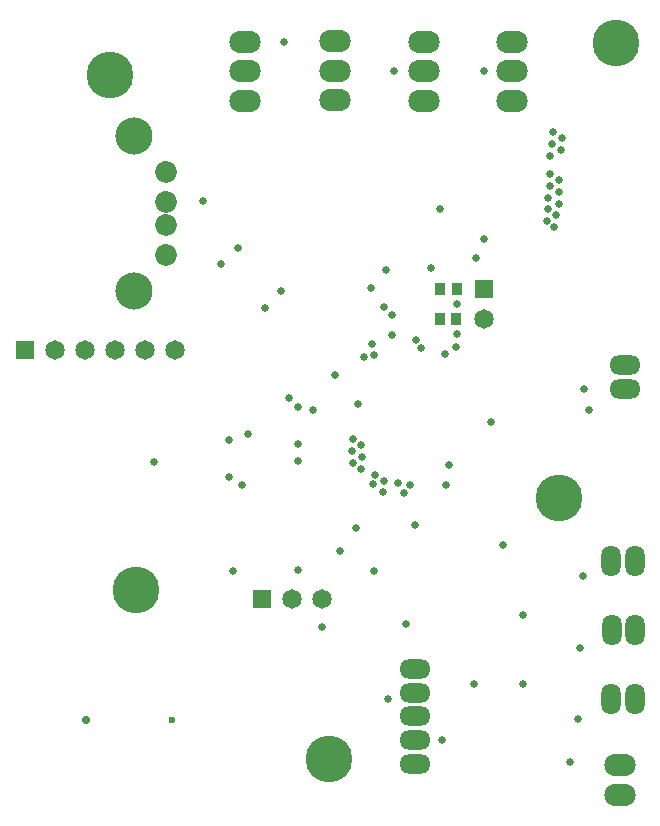
<source format=gbr>
%TF.GenerationSoftware,Altium Limited,Altium Designer,23.3.1 (30)*%
G04 Layer_Color=16711935*
%FSLAX25Y25*%
%MOIN*%
%TF.SameCoordinates,70BEFA69-D3B7-480D-BB84-950A8577B244*%
%TF.FilePolarity,Negative*%
%TF.FileFunction,Soldermask,Bot*%
%TF.Part,Single*%
G01*
G75*
%TA.AperFunction,SMDPad,CuDef*%
%ADD62R,0.03740X0.04134*%
%TA.AperFunction,ComponentPad*%
%ADD83C,0.06496*%
%ADD84R,0.06496X0.06496*%
%ADD85C,0.07284*%
%ADD86C,0.12402*%
%ADD87R,0.06496X0.06496*%
%ADD88O,0.10433X0.06496*%
%ADD89C,0.02874*%
%ADD90C,0.02362*%
%ADD91O,0.06496X0.10433*%
%ADD92C,0.15591*%
%ADD93O,0.10433X0.07480*%
%TA.AperFunction,ViaPad*%
%ADD94C,0.02559*%
D62*
X474344Y360300D02*
D03*
X479856D02*
D03*
X474400Y370300D02*
D03*
X479912D02*
D03*
D83*
X386200Y350000D02*
D03*
X376200D02*
D03*
X366200D02*
D03*
X356200D02*
D03*
X346200D02*
D03*
X489100Y360300D02*
D03*
X435000Y267000D02*
D03*
X425000D02*
D03*
D84*
X336200Y350000D02*
D03*
X415000Y267000D02*
D03*
D85*
X383169Y409146D02*
D03*
Y391429D02*
D03*
Y399303D02*
D03*
Y381587D02*
D03*
D86*
X372500Y421232D02*
D03*
Y369500D02*
D03*
D87*
X489100Y370300D02*
D03*
D88*
X536000Y337000D02*
D03*
Y344874D02*
D03*
X466000Y243500D02*
D03*
Y212004D02*
D03*
Y235626D02*
D03*
Y227752D02*
D03*
Y219878D02*
D03*
D89*
X356457Y226500D02*
D03*
D90*
X385000D02*
D03*
D91*
X531500Y233500D02*
D03*
X539374D02*
D03*
X531500Y279500D02*
D03*
X539374D02*
D03*
X531563Y256500D02*
D03*
X539437D02*
D03*
D92*
X514000Y300500D02*
D03*
X437500Y213600D02*
D03*
X373000Y270000D02*
D03*
X364500Y441600D02*
D03*
X533000Y452100D02*
D03*
D93*
X534500Y211500D02*
D03*
Y201500D02*
D03*
X409500Y442842D02*
D03*
Y452685D02*
D03*
Y433000D02*
D03*
X439500Y443000D02*
D03*
Y452843D02*
D03*
Y433157D02*
D03*
X469000Y442842D02*
D03*
Y452685D02*
D03*
Y433000D02*
D03*
X498500Y442842D02*
D03*
Y452685D02*
D03*
Y433000D02*
D03*
D94*
X452257Y348121D02*
D03*
X451605Y351712D02*
D03*
X449100Y347400D02*
D03*
X514800Y416500D02*
D03*
X515000Y420500D02*
D03*
X512200Y422400D02*
D03*
X511700Y418500D02*
D03*
X448500Y314100D02*
D03*
X448000Y318100D02*
D03*
X514000Y398700D02*
D03*
X514100Y402600D02*
D03*
Y406700D02*
D03*
X460400Y305700D02*
D03*
X447900Y310100D02*
D03*
X445300Y312200D02*
D03*
X452000Y305100D02*
D03*
X455800Y306200D02*
D03*
X446500Y290500D02*
D03*
X441000Y283000D02*
D03*
X435000Y257500D02*
D03*
X475000Y220000D02*
D03*
X463000Y258500D02*
D03*
X457000Y233500D02*
D03*
X466108Y291608D02*
D03*
X517676Y212676D02*
D03*
X451500Y370500D02*
D03*
X456500Y376500D02*
D03*
X471300Y377300D02*
D03*
X479900Y355200D02*
D03*
X455800Y364200D02*
D03*
X405500Y276200D02*
D03*
X379000Y312500D02*
D03*
X427000Y276500D02*
D03*
X452300Y276100D02*
D03*
X432000Y330000D02*
D03*
X427000Y331000D02*
D03*
Y318500D02*
D03*
X408500Y305000D02*
D03*
X427000Y313000D02*
D03*
X404000Y307500D02*
D03*
Y320000D02*
D03*
X410500Y322000D02*
D03*
X424000Y334000D02*
D03*
X479800Y351000D02*
D03*
X439500Y341700D02*
D03*
X474400Y396900D02*
D03*
X488978Y442788D02*
D03*
X422528Y452562D02*
D03*
X495300Y284800D02*
D03*
X501939Y261490D02*
D03*
X485600Y238600D02*
D03*
X501900D02*
D03*
X445324Y320064D02*
D03*
X489000Y387000D02*
D03*
X445200Y316100D02*
D03*
X511100Y414500D02*
D03*
X476000Y348500D02*
D03*
X447000Y331900D02*
D03*
X458500Y361500D02*
D03*
X480000Y365200D02*
D03*
X452602Y308283D02*
D03*
X510900Y408700D02*
D03*
X511000Y404700D02*
D03*
X510500Y400650D02*
D03*
Y397000D02*
D03*
X462280Y302221D02*
D03*
X455500Y302500D02*
D03*
X464374Y304874D02*
D03*
X510000Y393000D02*
D03*
X513000Y395000D02*
D03*
X477500Y311500D02*
D03*
X476500Y305000D02*
D03*
X491500Y326000D02*
D03*
X512500Y391000D02*
D03*
X458486Y355000D02*
D03*
X468200Y350700D02*
D03*
X466217Y353283D02*
D03*
X486500Y380500D02*
D03*
X395500Y399500D02*
D03*
X459000Y443000D02*
D03*
X416000Y364000D02*
D03*
X401500Y378500D02*
D03*
X421500Y369500D02*
D03*
X407000Y384000D02*
D03*
X520500Y227000D02*
D03*
X521000Y250500D02*
D03*
X522000Y274500D02*
D03*
X524000Y330000D02*
D03*
X522500Y337000D02*
D03*
%TF.MD5,acf349467db24f860524c0a58f5eafb3*%
M02*

</source>
